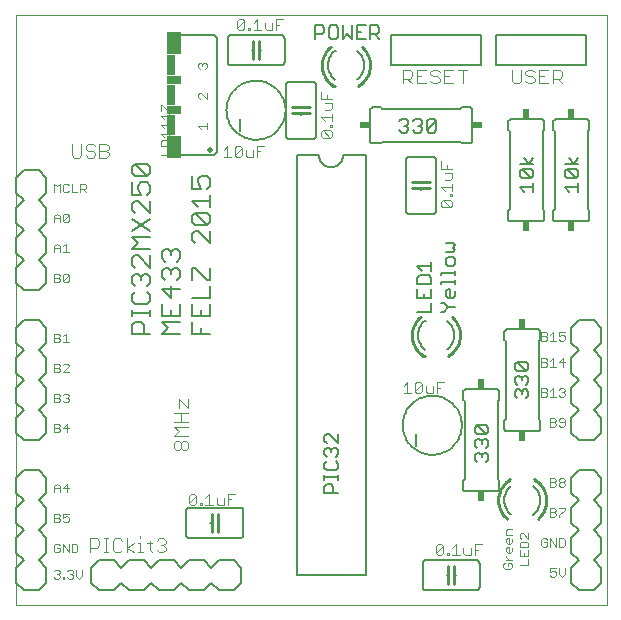
<source format=gto>
G75*
G70*
%OFA0B0*%
%FSLAX24Y24*%
%IPPOS*%
%LPD*%
%AMOC8*
5,1,8,0,0,1.08239X$1,22.5*
%
%ADD10C,0.0000*%
%ADD11C,0.0030*%
%ADD12C,0.0050*%
%ADD13C,0.0080*%
%ADD14C,0.0040*%
%ADD15C,0.0060*%
%ADD16R,0.0240X0.0340*%
%ADD17R,0.0340X0.0240*%
%ADD18C,0.0200*%
%ADD19R,0.0500X0.0750*%
%ADD20R,0.0300X0.0700*%
%ADD21R,0.0500X0.0300*%
%ADD22C,0.0100*%
D10*
X000181Y000181D02*
X000181Y019866D01*
X019866Y019866D01*
X019866Y000181D01*
X000181Y000181D01*
D11*
X001446Y001120D02*
X001495Y001071D01*
X001592Y001071D01*
X001640Y001120D01*
X001640Y001168D01*
X001592Y001217D01*
X001543Y001217D01*
X001592Y001217D02*
X001640Y001265D01*
X001640Y001313D01*
X001592Y001362D01*
X001495Y001362D01*
X001446Y001313D01*
X001741Y001120D02*
X001789Y001120D01*
X001789Y001071D01*
X001741Y001071D01*
X001741Y001120D01*
X001888Y001120D02*
X001937Y001071D01*
X002034Y001071D01*
X002082Y001120D01*
X002082Y001168D01*
X002034Y001217D01*
X001985Y001217D01*
X002034Y001217D02*
X002082Y001265D01*
X002082Y001313D01*
X002034Y001362D01*
X001937Y001362D01*
X001888Y001313D01*
X002183Y001362D02*
X002183Y001168D01*
X002280Y001071D01*
X002376Y001168D01*
X002376Y001362D01*
X002181Y001946D02*
X002229Y001995D01*
X002229Y002188D01*
X002181Y002237D01*
X002036Y002237D01*
X002036Y001946D01*
X002181Y001946D01*
X001935Y001946D02*
X001935Y002237D01*
X001741Y002237D02*
X001935Y001946D01*
X001741Y001946D02*
X001741Y002237D01*
X001640Y002188D02*
X001592Y002237D01*
X001495Y002237D01*
X001446Y002188D01*
X001446Y001995D01*
X001495Y001946D01*
X001592Y001946D01*
X001640Y001995D01*
X001640Y002092D01*
X001543Y002092D01*
X001592Y002946D02*
X001446Y002946D01*
X001446Y003237D01*
X001592Y003237D01*
X001640Y003188D01*
X001640Y003140D01*
X001592Y003092D01*
X001446Y003092D01*
X001592Y003092D02*
X001640Y003043D01*
X001640Y002995D01*
X001592Y002946D01*
X001741Y002995D02*
X001789Y002946D01*
X001886Y002946D01*
X001935Y002995D01*
X001935Y003092D01*
X001886Y003140D01*
X001838Y003140D01*
X001741Y003092D01*
X001741Y003237D01*
X001935Y003237D01*
X001886Y003946D02*
X001886Y004237D01*
X001741Y004092D01*
X001935Y004092D01*
X001640Y004092D02*
X001446Y004092D01*
X001446Y004140D02*
X001543Y004237D01*
X001640Y004140D01*
X001640Y003946D01*
X001446Y003946D02*
X001446Y004140D01*
X001446Y005946D02*
X001592Y005946D01*
X001640Y005995D01*
X001640Y006043D01*
X001592Y006092D01*
X001446Y006092D01*
X001446Y006237D02*
X001446Y005946D01*
X001592Y006092D02*
X001640Y006140D01*
X001640Y006188D01*
X001592Y006237D01*
X001446Y006237D01*
X001741Y006092D02*
X001935Y006092D01*
X001886Y006237D02*
X001886Y005946D01*
X001741Y006092D02*
X001886Y006237D01*
X001886Y006946D02*
X001789Y006946D01*
X001741Y006995D01*
X001640Y006995D02*
X001592Y006946D01*
X001446Y006946D01*
X001446Y007237D01*
X001592Y007237D01*
X001640Y007188D01*
X001640Y007140D01*
X001592Y007092D01*
X001446Y007092D01*
X001592Y007092D02*
X001640Y007043D01*
X001640Y006995D01*
X001741Y007188D02*
X001789Y007237D01*
X001886Y007237D01*
X001935Y007188D01*
X001935Y007140D01*
X001886Y007092D01*
X001935Y007043D01*
X001935Y006995D01*
X001886Y006946D01*
X001886Y007092D02*
X001838Y007092D01*
X001935Y007946D02*
X001741Y007946D01*
X001935Y008140D01*
X001935Y008188D01*
X001886Y008237D01*
X001789Y008237D01*
X001741Y008188D01*
X001640Y008188D02*
X001640Y008140D01*
X001592Y008092D01*
X001446Y008092D01*
X001446Y008237D02*
X001446Y007946D01*
X001592Y007946D01*
X001640Y007995D01*
X001640Y008043D01*
X001592Y008092D01*
X001640Y008188D02*
X001592Y008237D01*
X001446Y008237D01*
X001446Y008946D02*
X001592Y008946D01*
X001640Y008995D01*
X001640Y009043D01*
X001592Y009092D01*
X001446Y009092D01*
X001446Y009237D02*
X001446Y008946D01*
X001592Y009092D02*
X001640Y009140D01*
X001640Y009188D01*
X001592Y009237D01*
X001446Y009237D01*
X001741Y009140D02*
X001838Y009237D01*
X001838Y008946D01*
X001741Y008946D02*
X001935Y008946D01*
X001886Y010946D02*
X001789Y010946D01*
X001741Y010995D01*
X001935Y011188D01*
X001935Y010995D01*
X001886Y010946D01*
X001741Y010995D02*
X001741Y011188D01*
X001789Y011237D01*
X001886Y011237D01*
X001935Y011188D01*
X001640Y011188D02*
X001640Y011140D01*
X001592Y011092D01*
X001446Y011092D01*
X001446Y011237D02*
X001446Y010946D01*
X001592Y010946D01*
X001640Y010995D01*
X001640Y011043D01*
X001592Y011092D01*
X001640Y011188D02*
X001592Y011237D01*
X001446Y011237D01*
X001446Y011946D02*
X001446Y012140D01*
X001543Y012237D01*
X001640Y012140D01*
X001640Y011946D01*
X001741Y011946D02*
X001935Y011946D01*
X001838Y011946D02*
X001838Y012237D01*
X001741Y012140D01*
X001640Y012092D02*
X001446Y012092D01*
X001446Y012946D02*
X001446Y013140D01*
X001543Y013237D01*
X001640Y013140D01*
X001640Y012946D01*
X001741Y012995D02*
X001789Y012946D01*
X001886Y012946D01*
X001935Y012995D01*
X001935Y013188D01*
X001741Y012995D01*
X001741Y013188D01*
X001789Y013237D01*
X001886Y013237D01*
X001935Y013188D01*
X001640Y013092D02*
X001446Y013092D01*
X001446Y013946D02*
X001446Y014237D01*
X001543Y014140D01*
X001640Y014237D01*
X001640Y013946D01*
X001741Y013995D02*
X001789Y013946D01*
X001886Y013946D01*
X001935Y013995D01*
X002036Y013946D02*
X002229Y013946D01*
X002330Y013946D02*
X002330Y014237D01*
X002475Y014237D01*
X002524Y014188D01*
X002524Y014092D01*
X002475Y014043D01*
X002330Y014043D01*
X002427Y014043D02*
X002524Y013946D01*
X002036Y013946D02*
X002036Y014237D01*
X001935Y014188D02*
X001886Y014237D01*
X001789Y014237D01*
X001741Y014188D01*
X001741Y013995D01*
X005001Y015196D02*
X005291Y015196D01*
X005291Y015390D01*
X005291Y015491D02*
X005291Y015636D01*
X005243Y015685D01*
X005050Y015685D01*
X005001Y015636D01*
X005001Y015491D01*
X005291Y015491D01*
X005291Y015786D02*
X005291Y015979D01*
X005291Y015882D02*
X005001Y015882D01*
X005098Y015786D01*
X005098Y016080D02*
X005001Y016177D01*
X005291Y016177D01*
X005291Y016080D02*
X005291Y016274D01*
X005291Y016375D02*
X005291Y016568D01*
X005291Y016472D02*
X005001Y016472D01*
X005098Y016375D01*
X005001Y016670D02*
X005001Y016863D01*
X005050Y016863D01*
X005243Y016670D01*
X005291Y016670D01*
X006251Y017120D02*
X006300Y017071D01*
X006251Y017120D02*
X006251Y017217D01*
X006300Y017265D01*
X006348Y017265D01*
X006541Y017071D01*
X006541Y017265D01*
X006493Y018071D02*
X006541Y018120D01*
X006541Y018217D01*
X006493Y018265D01*
X006445Y018265D01*
X006396Y018217D01*
X006396Y018168D01*
X006396Y018217D02*
X006348Y018265D01*
X006300Y018265D01*
X006251Y018217D01*
X006251Y018120D01*
X006300Y018071D01*
X006541Y016265D02*
X006541Y016071D01*
X006541Y016168D02*
X006251Y016168D01*
X006348Y016071D01*
X007098Y015368D02*
X007222Y015492D01*
X007222Y015121D01*
X007345Y015121D02*
X007098Y015121D01*
X007466Y015183D02*
X007466Y015430D01*
X007528Y015492D01*
X007652Y015492D01*
X007713Y015430D01*
X007466Y015183D01*
X007528Y015121D01*
X007652Y015121D01*
X007713Y015183D01*
X007713Y015430D01*
X007835Y015368D02*
X007835Y015183D01*
X007896Y015121D01*
X008082Y015121D01*
X008082Y015368D01*
X008203Y015307D02*
X008327Y015307D01*
X008203Y015492D02*
X008450Y015492D01*
X008203Y015492D02*
X008203Y015121D01*
X013222Y007617D02*
X013222Y007246D01*
X013345Y007246D02*
X013098Y007246D01*
X013098Y007493D02*
X013222Y007617D01*
X013466Y007555D02*
X013528Y007617D01*
X013652Y007617D01*
X013713Y007555D01*
X013466Y007308D01*
X013528Y007246D01*
X013652Y007246D01*
X013713Y007308D01*
X013713Y007555D01*
X013835Y007493D02*
X013835Y007308D01*
X013896Y007246D01*
X014082Y007246D01*
X014082Y007493D01*
X014203Y007432D02*
X014327Y007432D01*
X014203Y007617D02*
X014450Y007617D01*
X014203Y007617D02*
X014203Y007246D01*
X013466Y007308D02*
X013466Y007555D01*
X017687Y007417D02*
X017687Y007126D01*
X017833Y007126D01*
X017881Y007175D01*
X017881Y007223D01*
X017833Y007272D01*
X017687Y007272D01*
X017687Y007417D02*
X017833Y007417D01*
X017881Y007368D01*
X017881Y007320D01*
X017833Y007272D01*
X017982Y007320D02*
X018079Y007417D01*
X018079Y007126D01*
X017982Y007126D02*
X018176Y007126D01*
X018277Y007175D02*
X018325Y007126D01*
X018422Y007126D01*
X018470Y007175D01*
X018470Y007223D01*
X018422Y007272D01*
X018374Y007272D01*
X018422Y007272D02*
X018470Y007320D01*
X018470Y007368D01*
X018422Y007417D01*
X018325Y007417D01*
X018277Y007368D01*
X018176Y008126D02*
X017982Y008126D01*
X018079Y008126D02*
X018079Y008417D01*
X017982Y008320D01*
X017881Y008320D02*
X017833Y008272D01*
X017687Y008272D01*
X017687Y008417D02*
X017687Y008126D01*
X017833Y008126D01*
X017881Y008175D01*
X017881Y008223D01*
X017833Y008272D01*
X017881Y008320D02*
X017881Y008368D01*
X017833Y008417D01*
X017687Y008417D01*
X017687Y009001D02*
X017833Y009001D01*
X017881Y009050D01*
X017881Y009098D01*
X017833Y009147D01*
X017687Y009147D01*
X017687Y009292D02*
X017687Y009001D01*
X017833Y009147D02*
X017881Y009195D01*
X017881Y009243D01*
X017833Y009292D01*
X017687Y009292D01*
X017982Y009195D02*
X018079Y009292D01*
X018079Y009001D01*
X017982Y009001D02*
X018176Y009001D01*
X018277Y009050D02*
X018325Y009001D01*
X018422Y009001D01*
X018470Y009050D01*
X018470Y009147D01*
X018422Y009195D01*
X018374Y009195D01*
X018277Y009147D01*
X018277Y009292D01*
X018470Y009292D01*
X018422Y008417D02*
X018277Y008272D01*
X018470Y008272D01*
X018422Y008417D02*
X018422Y008126D01*
X018422Y006417D02*
X018325Y006417D01*
X018277Y006368D01*
X018277Y006320D01*
X018325Y006272D01*
X018470Y006272D01*
X018470Y006368D02*
X018422Y006417D01*
X018470Y006368D02*
X018470Y006175D01*
X018422Y006126D01*
X018325Y006126D01*
X018277Y006175D01*
X018176Y006175D02*
X018127Y006126D01*
X017982Y006126D01*
X017982Y006417D01*
X018127Y006417D01*
X018176Y006368D01*
X018176Y006320D01*
X018127Y006272D01*
X017982Y006272D01*
X018127Y006272D02*
X018176Y006223D01*
X018176Y006175D01*
X018127Y004417D02*
X018176Y004368D01*
X018176Y004320D01*
X018127Y004272D01*
X017982Y004272D01*
X017982Y004417D02*
X017982Y004126D01*
X018127Y004126D01*
X018176Y004175D01*
X018176Y004223D01*
X018127Y004272D01*
X018127Y004417D02*
X017982Y004417D01*
X018277Y004368D02*
X018277Y004320D01*
X018325Y004272D01*
X018422Y004272D01*
X018470Y004223D01*
X018470Y004175D01*
X018422Y004126D01*
X018325Y004126D01*
X018277Y004175D01*
X018277Y004223D01*
X018325Y004272D01*
X018422Y004272D02*
X018470Y004320D01*
X018470Y004368D01*
X018422Y004417D01*
X018325Y004417D01*
X018277Y004368D01*
X018277Y003417D02*
X018470Y003417D01*
X018470Y003368D01*
X018277Y003175D01*
X018277Y003126D01*
X018176Y003175D02*
X018127Y003126D01*
X017982Y003126D01*
X017982Y003417D01*
X018127Y003417D01*
X018176Y003368D01*
X018176Y003320D01*
X018127Y003272D01*
X017982Y003272D01*
X018127Y003272D02*
X018176Y003223D01*
X018176Y003175D01*
X018176Y002417D02*
X018176Y002126D01*
X017982Y002417D01*
X017982Y002126D01*
X017881Y002175D02*
X017881Y002272D01*
X017784Y002272D01*
X017687Y002368D02*
X017687Y002175D01*
X017736Y002126D01*
X017833Y002126D01*
X017881Y002175D01*
X017881Y002368D02*
X017833Y002417D01*
X017736Y002417D01*
X017687Y002368D01*
X017261Y002402D02*
X017068Y002595D01*
X017020Y002595D01*
X016971Y002547D01*
X016971Y002450D01*
X017020Y002402D01*
X017020Y002301D02*
X016971Y002252D01*
X016971Y002107D01*
X017261Y002107D01*
X017261Y002252D01*
X017213Y002301D01*
X017020Y002301D01*
X017261Y002402D02*
X017261Y002595D01*
X017261Y002006D02*
X017261Y001812D01*
X016971Y001812D01*
X016971Y002006D01*
X017116Y001909D02*
X017116Y001812D01*
X017261Y001711D02*
X017261Y001518D01*
X016971Y001518D01*
X016711Y001542D02*
X016663Y001591D01*
X016566Y001591D01*
X016566Y001494D01*
X016470Y001397D02*
X016421Y001446D01*
X016421Y001542D01*
X016470Y001591D01*
X016518Y001692D02*
X016711Y001692D01*
X016615Y001692D02*
X016518Y001789D01*
X016518Y001837D01*
X016566Y001937D02*
X016518Y001986D01*
X016518Y002083D01*
X016566Y002131D01*
X016615Y002131D01*
X016615Y001937D01*
X016663Y001937D02*
X016566Y001937D01*
X016663Y001937D02*
X016711Y001986D01*
X016711Y002083D01*
X016663Y002232D02*
X016566Y002232D01*
X016518Y002280D01*
X016518Y002377D01*
X016566Y002426D01*
X016615Y002426D01*
X016615Y002232D01*
X016663Y002232D02*
X016711Y002280D01*
X016711Y002377D01*
X016711Y002527D02*
X016518Y002527D01*
X016518Y002672D01*
X016566Y002720D01*
X016711Y002720D01*
X016711Y001542D02*
X016711Y001446D01*
X016663Y001397D01*
X016470Y001397D01*
X017982Y001417D02*
X017982Y001272D01*
X018079Y001320D01*
X018127Y001320D01*
X018176Y001272D01*
X018176Y001175D01*
X018127Y001126D01*
X018030Y001126D01*
X017982Y001175D01*
X018277Y001223D02*
X018374Y001126D01*
X018470Y001223D01*
X018470Y001417D01*
X018277Y001417D02*
X018277Y001223D01*
X018176Y001417D02*
X017982Y001417D01*
X018277Y002126D02*
X018422Y002126D01*
X018470Y002175D01*
X018470Y002368D01*
X018422Y002417D01*
X018277Y002417D01*
X018277Y002126D01*
D12*
X015851Y004956D02*
X015926Y005031D01*
X015926Y005182D01*
X015851Y005257D01*
X015776Y005257D01*
X015701Y005182D01*
X015701Y005107D01*
X015701Y005182D02*
X015626Y005257D01*
X015551Y005257D01*
X015476Y005182D01*
X015476Y005031D01*
X015551Y004956D01*
X015551Y005417D02*
X015476Y005492D01*
X015476Y005642D01*
X015551Y005717D01*
X015626Y005717D01*
X015701Y005642D01*
X015776Y005717D01*
X015851Y005717D01*
X015926Y005642D01*
X015926Y005492D01*
X015851Y005417D01*
X015701Y005567D02*
X015701Y005642D01*
X015551Y005877D02*
X015476Y005952D01*
X015476Y006102D01*
X015551Y006177D01*
X015851Y005877D01*
X015926Y005952D01*
X015926Y006102D01*
X015851Y006177D01*
X015551Y006177D01*
X015551Y005877D02*
X015851Y005877D01*
X016886Y007075D02*
X016811Y007150D01*
X016811Y007300D01*
X016886Y007376D01*
X016961Y007376D01*
X017036Y007300D01*
X017111Y007376D01*
X017186Y007376D01*
X017261Y007300D01*
X017261Y007150D01*
X017186Y007075D01*
X017036Y007225D02*
X017036Y007300D01*
X016886Y007536D02*
X016811Y007611D01*
X016811Y007761D01*
X016886Y007836D01*
X016961Y007836D01*
X017036Y007761D01*
X017111Y007836D01*
X017186Y007836D01*
X017261Y007761D01*
X017261Y007611D01*
X017186Y007536D01*
X017036Y007686D02*
X017036Y007761D01*
X016886Y007996D02*
X016811Y008071D01*
X016811Y008221D01*
X016886Y008296D01*
X017186Y007996D01*
X017261Y008071D01*
X017261Y008221D01*
X017186Y008296D01*
X016886Y008296D01*
X016886Y007996D02*
X017186Y007996D01*
X014806Y010107D02*
X014581Y010107D01*
X014431Y010257D01*
X014356Y010257D01*
X014581Y010417D02*
X014506Y010492D01*
X014506Y010642D01*
X014581Y010717D01*
X014656Y010717D01*
X014656Y010417D01*
X014731Y010417D02*
X014581Y010417D01*
X014731Y010417D02*
X014806Y010492D01*
X014806Y010642D01*
X014806Y010877D02*
X014806Y011027D01*
X014806Y010952D02*
X014356Y010952D01*
X014356Y010877D01*
X014356Y011184D02*
X014356Y011259D01*
X014806Y011259D01*
X014806Y011184D02*
X014806Y011334D01*
X014731Y011491D02*
X014806Y011566D01*
X014806Y011716D01*
X014731Y011791D01*
X014581Y011791D01*
X014506Y011716D01*
X014506Y011566D01*
X014581Y011491D01*
X014731Y011491D01*
X014731Y011951D02*
X014506Y011951D01*
X014731Y011951D02*
X014806Y012026D01*
X014731Y012101D01*
X014806Y012176D01*
X014731Y012251D01*
X014506Y012251D01*
X014006Y011638D02*
X014006Y011337D01*
X014006Y011488D02*
X013556Y011488D01*
X013706Y011337D01*
X013631Y011177D02*
X013556Y011102D01*
X013556Y010877D01*
X014006Y010877D01*
X014006Y011102D01*
X013931Y011177D01*
X013631Y011177D01*
X013556Y010717D02*
X013556Y010417D01*
X014006Y010417D01*
X014006Y010717D01*
X013781Y010567D02*
X013781Y010417D01*
X014006Y010257D02*
X014006Y009956D01*
X013556Y009956D01*
X014356Y009956D02*
X014431Y009956D01*
X014581Y010107D01*
X017126Y013956D02*
X016976Y014107D01*
X017426Y014107D01*
X017426Y014257D02*
X017426Y013956D01*
X017351Y014417D02*
X017051Y014417D01*
X016976Y014492D01*
X016976Y014642D01*
X017051Y014717D01*
X017351Y014417D01*
X017426Y014492D01*
X017426Y014642D01*
X017351Y014717D01*
X017051Y014717D01*
X016976Y014877D02*
X017426Y014877D01*
X017276Y014877D02*
X017426Y015102D01*
X017276Y014877D02*
X017126Y015102D01*
X018476Y014877D02*
X018926Y014877D01*
X018776Y014877D02*
X018626Y015102D01*
X018776Y014877D02*
X018926Y015102D01*
X018851Y014717D02*
X018551Y014717D01*
X018851Y014417D01*
X018926Y014492D01*
X018926Y014642D01*
X018851Y014717D01*
X018851Y014417D02*
X018551Y014417D01*
X018476Y014492D01*
X018476Y014642D01*
X018551Y014717D01*
X018926Y014257D02*
X018926Y013956D01*
X018926Y014107D02*
X018476Y014107D01*
X018626Y013956D01*
X019181Y018181D02*
X016181Y018181D01*
X016181Y019181D01*
X019181Y019181D01*
X019181Y018181D01*
X015681Y018181D02*
X012681Y018181D01*
X012681Y019181D01*
X015681Y019181D01*
X015681Y018181D01*
X014102Y016387D02*
X013952Y016387D01*
X013877Y016312D01*
X013877Y016011D01*
X014177Y016312D01*
X014177Y016011D01*
X014102Y015936D01*
X013952Y015936D01*
X013877Y016011D01*
X013717Y016011D02*
X013642Y015936D01*
X013492Y015936D01*
X013417Y016011D01*
X013257Y016011D02*
X013182Y015936D01*
X013031Y015936D01*
X012956Y016011D01*
X013107Y016162D02*
X013182Y016162D01*
X013257Y016087D01*
X013257Y016011D01*
X013182Y016162D02*
X013257Y016237D01*
X013257Y016312D01*
X013182Y016387D01*
X013031Y016387D01*
X012956Y016312D01*
X013417Y016312D02*
X013492Y016387D01*
X013642Y016387D01*
X013717Y016312D01*
X013717Y016237D01*
X013642Y016162D01*
X013717Y016087D01*
X013717Y016011D01*
X013642Y016162D02*
X013567Y016162D01*
X014102Y016387D02*
X014177Y016312D01*
X012296Y019056D02*
X012146Y019207D01*
X012221Y019207D02*
X011996Y019207D01*
X011996Y019056D02*
X011996Y019507D01*
X012221Y019507D01*
X012296Y019432D01*
X012296Y019282D01*
X012221Y019207D01*
X011836Y019056D02*
X011536Y019056D01*
X011536Y019507D01*
X011836Y019507D01*
X011686Y019282D02*
X011536Y019282D01*
X011375Y019507D02*
X011375Y019056D01*
X011225Y019207D01*
X011075Y019056D01*
X011075Y019507D01*
X010915Y019432D02*
X010840Y019507D01*
X010690Y019507D01*
X010615Y019432D01*
X010615Y019131D01*
X010690Y019056D01*
X010840Y019056D01*
X010915Y019131D01*
X010915Y019432D01*
X010455Y019432D02*
X010455Y019282D01*
X010380Y019207D01*
X010154Y019207D01*
X010154Y019056D02*
X010154Y019507D01*
X010380Y019507D01*
X010455Y019432D01*
X006555Y014475D02*
X006351Y014475D01*
X006249Y014373D01*
X006249Y014272D01*
X006351Y014068D01*
X006046Y014068D01*
X006046Y014475D01*
X006555Y014475D02*
X006656Y014373D01*
X006656Y014170D01*
X006555Y014068D01*
X006656Y013867D02*
X006656Y013460D01*
X006656Y013664D02*
X006046Y013664D01*
X006249Y013460D01*
X006148Y013260D02*
X006555Y012853D01*
X006656Y012954D01*
X006656Y013158D01*
X006555Y013260D01*
X006148Y013260D01*
X006046Y013158D01*
X006046Y012954D01*
X006148Y012853D01*
X006555Y012853D01*
X006656Y012652D02*
X006656Y012245D01*
X006249Y012652D01*
X006148Y012652D01*
X006046Y012550D01*
X006046Y012347D01*
X006148Y012245D01*
X005656Y011943D02*
X005656Y011739D01*
X005555Y011637D01*
X005555Y011437D02*
X005656Y011335D01*
X005656Y011131D01*
X005555Y011030D01*
X005351Y010829D02*
X005351Y010422D01*
X005046Y010727D01*
X005656Y010727D01*
X006046Y011030D02*
X006046Y011437D01*
X006148Y011437D01*
X006555Y011030D01*
X006656Y011030D01*
X006656Y011437D01*
X006656Y010829D02*
X006656Y010422D01*
X006046Y010422D01*
X006046Y010221D02*
X006046Y009814D01*
X006656Y009814D01*
X006656Y010221D01*
X006351Y010018D02*
X006351Y009814D01*
X006046Y009613D02*
X006046Y009206D01*
X006656Y009206D01*
X006351Y009206D02*
X006351Y009410D01*
X005656Y009613D02*
X005046Y009613D01*
X005249Y009410D01*
X005046Y009206D01*
X005656Y009206D01*
X005656Y009814D02*
X005046Y009814D01*
X005046Y010221D01*
X005351Y010018D02*
X005351Y009814D01*
X005656Y009814D02*
X005656Y010221D01*
X005148Y011030D02*
X005046Y011131D01*
X005046Y011335D01*
X005148Y011437D01*
X005249Y011437D01*
X005351Y011335D01*
X005453Y011437D01*
X005555Y011437D01*
X005351Y011335D02*
X005351Y011233D01*
X005148Y011637D02*
X005046Y011739D01*
X005046Y011943D01*
X005148Y012044D01*
X005249Y012044D01*
X005351Y011943D01*
X005453Y012044D01*
X005555Y012044D01*
X005656Y011943D01*
X005351Y011943D02*
X005351Y011841D01*
X004656Y011842D02*
X004656Y011435D01*
X004249Y011842D01*
X004148Y011842D01*
X004046Y011740D01*
X004046Y011536D01*
X004148Y011435D01*
X004148Y011234D02*
X004249Y011234D01*
X004351Y011132D01*
X004453Y011234D01*
X004555Y011234D01*
X004656Y011132D01*
X004656Y010929D01*
X004555Y010827D01*
X004555Y010626D02*
X004656Y010524D01*
X004656Y010321D01*
X004555Y010219D01*
X004148Y010219D01*
X004046Y010321D01*
X004046Y010524D01*
X004148Y010626D01*
X004148Y010827D02*
X004046Y010929D01*
X004046Y011132D01*
X004148Y011234D01*
X004351Y011132D02*
X004351Y011030D01*
X004046Y010018D02*
X004046Y009814D01*
X004046Y009916D02*
X004656Y009916D01*
X004656Y009814D02*
X004656Y010018D01*
X004351Y009613D02*
X004453Y009512D01*
X004453Y009206D01*
X004656Y009206D02*
X004046Y009206D01*
X004046Y009512D01*
X004148Y009613D01*
X004351Y009613D01*
X004046Y012042D02*
X004249Y012246D01*
X004046Y012449D01*
X004656Y012449D01*
X004656Y012650D02*
X004046Y013057D01*
X004148Y013258D02*
X004046Y013360D01*
X004046Y013563D01*
X004148Y013665D01*
X004249Y013665D01*
X004656Y013258D01*
X004656Y013665D01*
X004555Y013866D02*
X004656Y013967D01*
X004656Y014171D01*
X004555Y014273D01*
X004351Y014273D01*
X004249Y014171D01*
X004249Y014069D01*
X004351Y013866D01*
X004046Y013866D01*
X004046Y014273D01*
X004148Y014473D02*
X004046Y014575D01*
X004046Y014779D01*
X004148Y014880D01*
X004555Y014473D01*
X004656Y014575D01*
X004656Y014779D01*
X004555Y014880D01*
X004148Y014880D01*
X004148Y014473D02*
X004555Y014473D01*
X004656Y013057D02*
X004046Y012650D01*
X004046Y012042D02*
X004656Y012042D01*
X010531Y005896D02*
X010456Y005821D01*
X010456Y005671D01*
X010531Y005596D01*
X010531Y005436D02*
X010606Y005436D01*
X010681Y005361D01*
X010756Y005436D01*
X010831Y005436D01*
X010906Y005361D01*
X010906Y005211D01*
X010831Y005136D01*
X010831Y004975D02*
X010906Y004900D01*
X010906Y004750D01*
X010831Y004675D01*
X010531Y004675D01*
X010456Y004750D01*
X010456Y004900D01*
X010531Y004975D01*
X010531Y005136D02*
X010456Y005211D01*
X010456Y005361D01*
X010531Y005436D01*
X010681Y005361D02*
X010681Y005286D01*
X010906Y005596D02*
X010606Y005896D01*
X010531Y005896D01*
X010906Y005896D02*
X010906Y005596D01*
X010906Y004518D02*
X010906Y004368D01*
X010906Y004443D02*
X010456Y004443D01*
X010456Y004368D02*
X010456Y004518D01*
X010531Y004208D02*
X010681Y004208D01*
X010756Y004133D01*
X010756Y003908D01*
X010906Y003908D02*
X010456Y003908D01*
X010456Y004133D01*
X010531Y004208D01*
D13*
X007681Y001431D02*
X007431Y001681D01*
X006931Y001681D01*
X006681Y001431D01*
X006431Y001681D01*
X005931Y001681D01*
X005681Y001431D01*
X005431Y001681D01*
X004931Y001681D01*
X004681Y001431D01*
X004431Y001681D01*
X003931Y001681D01*
X003681Y001431D01*
X003431Y001681D01*
X002931Y001681D01*
X002681Y001431D01*
X002681Y000931D01*
X002931Y000681D01*
X003431Y000681D01*
X003681Y000931D01*
X003931Y000681D01*
X004431Y000681D01*
X004681Y000931D01*
X004931Y000681D01*
X005431Y000681D01*
X005681Y000931D01*
X005931Y000681D01*
X006431Y000681D01*
X006681Y000931D01*
X006931Y000681D01*
X007431Y000681D01*
X007681Y000931D01*
X007681Y001431D01*
X013506Y005481D02*
X013506Y005881D01*
X013072Y006181D02*
X013074Y006243D01*
X013080Y006306D01*
X013090Y006367D01*
X013104Y006428D01*
X013121Y006488D01*
X013142Y006547D01*
X013168Y006604D01*
X013196Y006659D01*
X013228Y006713D01*
X013264Y006764D01*
X013302Y006814D01*
X013344Y006860D01*
X013388Y006904D01*
X013436Y006945D01*
X013485Y006983D01*
X013537Y007017D01*
X013591Y007048D01*
X013647Y007076D01*
X013705Y007100D01*
X013764Y007121D01*
X013824Y007137D01*
X013885Y007150D01*
X013947Y007159D01*
X014009Y007164D01*
X014072Y007165D01*
X014134Y007162D01*
X014196Y007155D01*
X014258Y007144D01*
X014318Y007129D01*
X014378Y007111D01*
X014436Y007089D01*
X014493Y007063D01*
X014548Y007033D01*
X014601Y007000D01*
X014652Y006964D01*
X014700Y006925D01*
X014746Y006882D01*
X014789Y006837D01*
X014829Y006789D01*
X014866Y006739D01*
X014900Y006686D01*
X014931Y006632D01*
X014957Y006576D01*
X014981Y006518D01*
X015000Y006458D01*
X015016Y006398D01*
X015028Y006336D01*
X015036Y006275D01*
X015040Y006212D01*
X015040Y006150D01*
X015036Y006087D01*
X015028Y006026D01*
X015016Y005964D01*
X015000Y005904D01*
X014981Y005844D01*
X014957Y005786D01*
X014931Y005730D01*
X014900Y005676D01*
X014866Y005623D01*
X014829Y005573D01*
X014789Y005525D01*
X014746Y005480D01*
X014700Y005437D01*
X014652Y005398D01*
X014601Y005362D01*
X014548Y005329D01*
X014493Y005299D01*
X014436Y005273D01*
X014378Y005251D01*
X014318Y005233D01*
X014258Y005218D01*
X014196Y005207D01*
X014134Y005200D01*
X014072Y005197D01*
X014009Y005198D01*
X013947Y005203D01*
X013885Y005212D01*
X013824Y005225D01*
X013764Y005241D01*
X013705Y005262D01*
X013647Y005286D01*
X013591Y005314D01*
X013537Y005345D01*
X013485Y005379D01*
X013436Y005417D01*
X013388Y005458D01*
X013344Y005502D01*
X013302Y005548D01*
X013264Y005598D01*
X013228Y005649D01*
X013196Y005703D01*
X013168Y005758D01*
X013142Y005815D01*
X013121Y005874D01*
X013104Y005934D01*
X013090Y005995D01*
X013080Y006056D01*
X013074Y006119D01*
X013072Y006181D01*
X018681Y005931D02*
X018681Y006431D01*
X018931Y006681D01*
X018681Y006931D01*
X018681Y007431D01*
X018931Y007681D01*
X018681Y007931D01*
X018681Y008431D01*
X018931Y008681D01*
X018681Y008931D01*
X018681Y009431D01*
X018931Y009681D01*
X019431Y009681D01*
X019681Y009431D01*
X019681Y008931D01*
X019431Y008681D01*
X019681Y008431D01*
X019681Y007931D01*
X019431Y007681D01*
X019681Y007431D01*
X019681Y006931D01*
X019431Y006681D01*
X019681Y006431D01*
X019681Y005931D01*
X019431Y005681D01*
X018931Y005681D01*
X018681Y005931D01*
X018931Y004681D02*
X018681Y004431D01*
X018681Y003931D01*
X018931Y003681D01*
X018681Y003431D01*
X018681Y002931D01*
X018931Y002681D01*
X018681Y002431D01*
X018681Y001931D01*
X018931Y001681D01*
X018681Y001431D01*
X018681Y000931D01*
X018931Y000681D01*
X019431Y000681D01*
X019681Y000931D01*
X019681Y001431D01*
X019431Y001681D01*
X019681Y001931D01*
X019681Y002431D01*
X019431Y002681D01*
X019681Y002931D01*
X019681Y003431D01*
X019431Y003681D01*
X019681Y003931D01*
X019681Y004431D01*
X019431Y004681D01*
X018931Y004681D01*
X007631Y015981D02*
X007631Y016381D01*
X007197Y016681D02*
X007199Y016743D01*
X007205Y016806D01*
X007215Y016867D01*
X007229Y016928D01*
X007246Y016988D01*
X007267Y017047D01*
X007293Y017104D01*
X007321Y017159D01*
X007353Y017213D01*
X007389Y017264D01*
X007427Y017314D01*
X007469Y017360D01*
X007513Y017404D01*
X007561Y017445D01*
X007610Y017483D01*
X007662Y017517D01*
X007716Y017548D01*
X007772Y017576D01*
X007830Y017600D01*
X007889Y017621D01*
X007949Y017637D01*
X008010Y017650D01*
X008072Y017659D01*
X008134Y017664D01*
X008197Y017665D01*
X008259Y017662D01*
X008321Y017655D01*
X008383Y017644D01*
X008443Y017629D01*
X008503Y017611D01*
X008561Y017589D01*
X008618Y017563D01*
X008673Y017533D01*
X008726Y017500D01*
X008777Y017464D01*
X008825Y017425D01*
X008871Y017382D01*
X008914Y017337D01*
X008954Y017289D01*
X008991Y017239D01*
X009025Y017186D01*
X009056Y017132D01*
X009082Y017076D01*
X009106Y017018D01*
X009125Y016958D01*
X009141Y016898D01*
X009153Y016836D01*
X009161Y016775D01*
X009165Y016712D01*
X009165Y016650D01*
X009161Y016587D01*
X009153Y016526D01*
X009141Y016464D01*
X009125Y016404D01*
X009106Y016344D01*
X009082Y016286D01*
X009056Y016230D01*
X009025Y016176D01*
X008991Y016123D01*
X008954Y016073D01*
X008914Y016025D01*
X008871Y015980D01*
X008825Y015937D01*
X008777Y015898D01*
X008726Y015862D01*
X008673Y015829D01*
X008618Y015799D01*
X008561Y015773D01*
X008503Y015751D01*
X008443Y015733D01*
X008383Y015718D01*
X008321Y015707D01*
X008259Y015700D01*
X008197Y015697D01*
X008134Y015698D01*
X008072Y015703D01*
X008010Y015712D01*
X007949Y015725D01*
X007889Y015741D01*
X007830Y015762D01*
X007772Y015786D01*
X007716Y015814D01*
X007662Y015845D01*
X007610Y015879D01*
X007561Y015917D01*
X007513Y015958D01*
X007469Y016002D01*
X007427Y016048D01*
X007389Y016098D01*
X007353Y016149D01*
X007321Y016203D01*
X007293Y016258D01*
X007267Y016315D01*
X007246Y016374D01*
X007229Y016434D01*
X007215Y016495D01*
X007205Y016556D01*
X007199Y016619D01*
X007197Y016681D01*
X001181Y014431D02*
X001181Y013931D01*
X000931Y013681D01*
X001181Y013431D01*
X001181Y012931D01*
X000931Y012681D01*
X001181Y012431D01*
X001181Y011931D01*
X000931Y011681D01*
X001181Y011431D01*
X001181Y010931D01*
X000931Y010681D01*
X000431Y010681D01*
X000181Y010931D01*
X000181Y011431D01*
X000431Y011681D01*
X000181Y011931D01*
X000181Y012431D01*
X000431Y012681D01*
X000181Y012931D01*
X000181Y013431D01*
X000431Y013681D01*
X000181Y013931D01*
X000181Y014431D01*
X000431Y014681D01*
X000931Y014681D01*
X001181Y014431D01*
X000931Y009681D02*
X000431Y009681D01*
X000181Y009431D01*
X000181Y008931D01*
X000431Y008681D01*
X000181Y008431D01*
X000181Y007931D01*
X000431Y007681D01*
X000181Y007431D01*
X000181Y006931D01*
X000431Y006681D01*
X000181Y006431D01*
X000181Y005931D01*
X000431Y005681D01*
X000931Y005681D01*
X001181Y005931D01*
X001181Y006431D01*
X000931Y006681D01*
X001181Y006931D01*
X001181Y007431D01*
X000931Y007681D01*
X001181Y007931D01*
X001181Y008431D01*
X000931Y008681D01*
X001181Y008931D01*
X001181Y009431D01*
X000931Y009681D01*
X000931Y004681D02*
X000431Y004681D01*
X000181Y004431D01*
X000181Y003931D01*
X000431Y003681D01*
X000181Y003431D01*
X000181Y002931D01*
X000431Y002681D01*
X000181Y002431D01*
X000181Y001931D01*
X000431Y001681D01*
X000181Y001431D01*
X000181Y000931D01*
X000431Y000681D01*
X000931Y000681D01*
X001181Y000931D01*
X001181Y001431D01*
X000931Y001681D01*
X001181Y001931D01*
X001181Y002431D01*
X000931Y002681D01*
X001181Y002931D01*
X001181Y003431D01*
X000931Y003681D01*
X001181Y003931D01*
X001181Y004431D01*
X000931Y004681D01*
D14*
X002641Y002412D02*
X002871Y002412D01*
X002948Y002335D01*
X002948Y002182D01*
X002871Y002105D01*
X002641Y002105D01*
X002641Y001951D02*
X002641Y002412D01*
X003101Y002412D02*
X003255Y002412D01*
X003178Y002412D02*
X003178Y001951D01*
X003101Y001951D02*
X003255Y001951D01*
X003408Y002028D02*
X003485Y001951D01*
X003638Y001951D01*
X003715Y002028D01*
X003868Y001951D02*
X003868Y002412D01*
X003715Y002335D02*
X003638Y002412D01*
X003485Y002412D01*
X003408Y002335D01*
X003408Y002028D01*
X003868Y002105D02*
X004099Y002258D01*
X004252Y002258D02*
X004329Y002258D01*
X004329Y001951D01*
X004405Y001951D02*
X004252Y001951D01*
X004099Y001951D02*
X003868Y002105D01*
X004329Y002412D02*
X004329Y002489D01*
X004559Y002258D02*
X004712Y002258D01*
X004636Y002335D02*
X004636Y002028D01*
X004712Y001951D01*
X004866Y002028D02*
X004943Y001951D01*
X005096Y001951D01*
X005173Y002028D01*
X005173Y002105D01*
X005096Y002182D01*
X005019Y002182D01*
X005096Y002182D02*
X005173Y002258D01*
X005173Y002335D01*
X005096Y002412D01*
X004943Y002412D01*
X004866Y002335D01*
X006004Y003526D02*
X005944Y003586D01*
X006184Y003827D01*
X006184Y003586D01*
X006124Y003526D01*
X006004Y003526D01*
X005944Y003586D02*
X005944Y003827D01*
X006004Y003887D01*
X006124Y003887D01*
X006184Y003827D01*
X006312Y003586D02*
X006372Y003586D01*
X006372Y003526D01*
X006312Y003526D01*
X006312Y003586D01*
X006496Y003526D02*
X006737Y003526D01*
X006617Y003526D02*
X006617Y003887D01*
X006496Y003767D01*
X006865Y003767D02*
X006865Y003586D01*
X006925Y003526D01*
X007105Y003526D01*
X007105Y003767D01*
X007233Y003707D02*
X007353Y003707D01*
X007233Y003887D02*
X007233Y003526D01*
X007233Y003887D02*
X007473Y003887D01*
X005911Y005437D02*
X005835Y005360D01*
X005758Y005360D01*
X005681Y005437D01*
X005681Y005590D01*
X005758Y005667D01*
X005835Y005667D01*
X005911Y005590D01*
X005911Y005437D01*
X005681Y005437D02*
X005605Y005360D01*
X005528Y005360D01*
X005451Y005437D01*
X005451Y005590D01*
X005528Y005667D01*
X005605Y005667D01*
X005681Y005590D01*
X005451Y005820D02*
X005605Y005974D01*
X005451Y006127D01*
X005911Y006127D01*
X005911Y006281D02*
X005451Y006281D01*
X005681Y006281D02*
X005681Y006587D01*
X005605Y006741D02*
X005605Y007048D01*
X005911Y006741D01*
X005911Y007048D01*
X005911Y006587D02*
X005451Y006587D01*
X005451Y005820D02*
X005911Y005820D01*
X014176Y002152D02*
X014176Y001911D01*
X014417Y002152D01*
X014417Y001911D01*
X014357Y001851D01*
X014236Y001851D01*
X014176Y001911D01*
X014176Y002152D02*
X014236Y002212D01*
X014357Y002212D01*
X014417Y002152D01*
X014545Y001911D02*
X014605Y001911D01*
X014605Y001851D01*
X014545Y001851D01*
X014545Y001911D01*
X014729Y001851D02*
X014969Y001851D01*
X014849Y001851D02*
X014849Y002212D01*
X014729Y002092D01*
X015097Y002092D02*
X015097Y001911D01*
X015157Y001851D01*
X015337Y001851D01*
X015337Y002092D01*
X015465Y002032D02*
X015586Y002032D01*
X015465Y002212D02*
X015706Y002212D01*
X015465Y002212D02*
X015465Y001851D01*
X014651Y013444D02*
X014411Y013444D01*
X014351Y013504D01*
X014351Y013624D01*
X014411Y013684D01*
X014651Y013444D01*
X014711Y013504D01*
X014711Y013624D01*
X014651Y013684D01*
X014411Y013684D01*
X014651Y013812D02*
X014651Y013872D01*
X014711Y013872D01*
X014711Y013812D01*
X014651Y013812D01*
X014711Y013996D02*
X014711Y014237D01*
X014711Y014117D02*
X014351Y014117D01*
X014471Y013996D01*
X014471Y014365D02*
X014651Y014365D01*
X014711Y014425D01*
X014711Y014605D01*
X014471Y014605D01*
X014531Y014733D02*
X014531Y014853D01*
X014351Y014733D02*
X014351Y014973D01*
X014351Y014733D02*
X014711Y014733D01*
X014764Y017576D02*
X014457Y017576D01*
X014457Y018037D01*
X014764Y018037D01*
X014918Y018037D02*
X015225Y018037D01*
X015071Y018037D02*
X015071Y017576D01*
X014611Y017807D02*
X014457Y017807D01*
X014304Y017730D02*
X014304Y017653D01*
X014227Y017576D01*
X014074Y017576D01*
X013997Y017653D01*
X013844Y017576D02*
X013537Y017576D01*
X013537Y018037D01*
X013844Y018037D01*
X013997Y017960D02*
X013997Y017883D01*
X014074Y017807D01*
X014227Y017807D01*
X014304Y017730D01*
X014304Y017960D02*
X014227Y018037D01*
X014074Y018037D01*
X013997Y017960D01*
X013690Y017807D02*
X013537Y017807D01*
X013383Y017807D02*
X013307Y017730D01*
X013076Y017730D01*
X013076Y017576D02*
X013076Y018037D01*
X013307Y018037D01*
X013383Y017960D01*
X013383Y017807D01*
X013230Y017730D02*
X013383Y017576D01*
X010711Y017058D02*
X010351Y017058D01*
X010351Y017298D01*
X010531Y017178D02*
X010531Y017058D01*
X010471Y016930D02*
X010711Y016930D01*
X010711Y016750D01*
X010651Y016690D01*
X010471Y016690D01*
X010711Y016562D02*
X010711Y016321D01*
X010711Y016442D02*
X010351Y016442D01*
X010471Y016321D01*
X010651Y016197D02*
X010651Y016137D01*
X010711Y016137D01*
X010711Y016197D01*
X010651Y016197D01*
X010651Y016009D02*
X010411Y016009D01*
X010651Y015769D01*
X010711Y015829D01*
X010711Y015949D01*
X010651Y016009D01*
X010411Y016009D02*
X010351Y015949D01*
X010351Y015829D01*
X010411Y015769D01*
X010651Y015769D01*
X008840Y019351D02*
X008840Y019712D01*
X009081Y019712D01*
X008961Y019532D02*
X008840Y019532D01*
X008712Y019592D02*
X008712Y019351D01*
X008532Y019351D01*
X008472Y019411D01*
X008472Y019592D01*
X008224Y019712D02*
X008224Y019351D01*
X008104Y019351D02*
X008344Y019351D01*
X008104Y019592D02*
X008224Y019712D01*
X007980Y019411D02*
X007980Y019351D01*
X007920Y019351D01*
X007920Y019411D01*
X007980Y019411D01*
X007792Y019411D02*
X007732Y019351D01*
X007611Y019351D01*
X007551Y019411D01*
X007792Y019652D01*
X007792Y019411D01*
X007792Y019652D02*
X007732Y019712D01*
X007611Y019712D01*
X007551Y019652D01*
X007551Y019411D01*
X003270Y015481D02*
X003270Y015404D01*
X003193Y015327D01*
X002963Y015327D01*
X002809Y015251D02*
X002809Y015174D01*
X002732Y015097D01*
X002579Y015097D01*
X002502Y015174D01*
X002349Y015174D02*
X002349Y015557D01*
X002502Y015481D02*
X002502Y015404D01*
X002579Y015327D01*
X002732Y015327D01*
X002809Y015251D01*
X002963Y015097D02*
X003193Y015097D01*
X003270Y015174D01*
X003270Y015251D01*
X003193Y015327D01*
X003270Y015481D02*
X003193Y015557D01*
X002963Y015557D01*
X002963Y015097D01*
X002809Y015481D02*
X002732Y015557D01*
X002579Y015557D01*
X002502Y015481D01*
X002349Y015174D02*
X002272Y015097D01*
X002119Y015097D01*
X002042Y015174D01*
X002042Y015557D01*
X016701Y017653D02*
X016778Y017576D01*
X016932Y017576D01*
X017008Y017653D01*
X017008Y018037D01*
X017162Y017960D02*
X017162Y017883D01*
X017238Y017807D01*
X017392Y017807D01*
X017469Y017730D01*
X017469Y017653D01*
X017392Y017576D01*
X017238Y017576D01*
X017162Y017653D01*
X017162Y017960D02*
X017238Y018037D01*
X017392Y018037D01*
X017469Y017960D01*
X017622Y018037D02*
X017622Y017576D01*
X017929Y017576D01*
X018082Y017576D02*
X018082Y018037D01*
X018313Y018037D01*
X018389Y017960D01*
X018389Y017807D01*
X018313Y017730D01*
X018082Y017730D01*
X018236Y017730D02*
X018389Y017576D01*
X017929Y018037D02*
X017622Y018037D01*
X017622Y017807D02*
X017776Y017807D01*
X016701Y017653D02*
X016701Y018037D01*
D15*
X015381Y016681D02*
X015381Y015681D01*
X015379Y015664D01*
X015375Y015647D01*
X015368Y015631D01*
X015358Y015617D01*
X015345Y015604D01*
X015331Y015594D01*
X015315Y015587D01*
X015298Y015583D01*
X015281Y015581D01*
X015031Y015581D01*
X014981Y015631D01*
X012381Y015631D01*
X012331Y015581D01*
X012081Y015581D01*
X012064Y015583D01*
X012047Y015587D01*
X012031Y015594D01*
X012017Y015604D01*
X012004Y015617D01*
X011994Y015631D01*
X011987Y015647D01*
X011983Y015664D01*
X011981Y015681D01*
X011981Y016681D01*
X011983Y016698D01*
X011987Y016715D01*
X011994Y016731D01*
X012004Y016745D01*
X012017Y016758D01*
X012031Y016768D01*
X012047Y016775D01*
X012064Y016779D01*
X012081Y016781D01*
X012331Y016781D01*
X012381Y016731D01*
X014981Y016731D01*
X015031Y016781D01*
X015281Y016781D01*
X015298Y016779D01*
X015315Y016775D01*
X015331Y016768D01*
X015345Y016758D01*
X015358Y016745D01*
X015368Y016731D01*
X015375Y016715D01*
X015379Y016698D01*
X015381Y016681D01*
X016581Y016281D02*
X016581Y016031D01*
X016631Y015981D01*
X016631Y013381D01*
X016581Y013331D01*
X016581Y013081D01*
X016583Y013064D01*
X016587Y013047D01*
X016594Y013031D01*
X016604Y013017D01*
X016617Y013004D01*
X016631Y012994D01*
X016647Y012987D01*
X016664Y012983D01*
X016681Y012981D01*
X017681Y012981D01*
X017698Y012983D01*
X017715Y012987D01*
X017731Y012994D01*
X017745Y013004D01*
X017758Y013017D01*
X017768Y013031D01*
X017775Y013047D01*
X017779Y013064D01*
X017781Y013081D01*
X017781Y013331D01*
X017731Y013381D01*
X017731Y015981D01*
X017781Y016031D01*
X017781Y016281D01*
X017779Y016298D01*
X017775Y016315D01*
X017768Y016331D01*
X017758Y016345D01*
X017745Y016358D01*
X017731Y016368D01*
X017715Y016375D01*
X017698Y016379D01*
X017681Y016381D01*
X016681Y016381D01*
X016664Y016379D01*
X016647Y016375D01*
X016631Y016368D01*
X016617Y016358D01*
X016604Y016345D01*
X016594Y016331D01*
X016587Y016315D01*
X016583Y016298D01*
X016581Y016281D01*
X018081Y016281D02*
X018081Y016031D01*
X018131Y015981D01*
X018131Y013381D01*
X018081Y013331D01*
X018081Y013081D01*
X018083Y013064D01*
X018087Y013047D01*
X018094Y013031D01*
X018104Y013017D01*
X018117Y013004D01*
X018131Y012994D01*
X018147Y012987D01*
X018164Y012983D01*
X018181Y012981D01*
X019181Y012981D01*
X019198Y012983D01*
X019215Y012987D01*
X019231Y012994D01*
X019245Y013004D01*
X019258Y013017D01*
X019268Y013031D01*
X019275Y013047D01*
X019279Y013064D01*
X019281Y013081D01*
X019281Y013331D01*
X019231Y013381D01*
X019231Y015981D01*
X019281Y016031D01*
X019281Y016281D01*
X019279Y016298D01*
X019275Y016315D01*
X019268Y016331D01*
X019258Y016345D01*
X019245Y016358D01*
X019231Y016368D01*
X019215Y016375D01*
X019198Y016379D01*
X019181Y016381D01*
X018181Y016381D01*
X018164Y016379D01*
X018147Y016375D01*
X018131Y016368D01*
X018117Y016358D01*
X018104Y016345D01*
X018094Y016331D01*
X018087Y016315D01*
X018083Y016298D01*
X018081Y016281D01*
X014181Y015031D02*
X014181Y013331D01*
X014179Y013314D01*
X014175Y013297D01*
X014168Y013281D01*
X014158Y013267D01*
X014145Y013254D01*
X014131Y013244D01*
X014115Y013237D01*
X014098Y013233D01*
X014081Y013231D01*
X013281Y013231D01*
X013264Y013233D01*
X013247Y013237D01*
X013231Y013244D01*
X013217Y013254D01*
X013204Y013267D01*
X013194Y013281D01*
X013187Y013297D01*
X013183Y013314D01*
X013181Y013331D01*
X013181Y015031D01*
X013183Y015048D01*
X013187Y015065D01*
X013194Y015081D01*
X013204Y015095D01*
X013217Y015108D01*
X013231Y015118D01*
X013247Y015125D01*
X013264Y015129D01*
X013281Y015131D01*
X014081Y015131D01*
X014098Y015129D01*
X014115Y015125D01*
X014131Y015118D01*
X014145Y015108D01*
X014158Y015095D01*
X014168Y015081D01*
X014175Y015065D01*
X014179Y015048D01*
X014181Y015031D01*
X013681Y014331D02*
X013681Y014281D01*
X013681Y014081D02*
X013681Y014031D01*
X011831Y015181D02*
X011081Y015181D01*
X011079Y015142D01*
X011073Y015103D01*
X011064Y015065D01*
X011051Y015028D01*
X011034Y014992D01*
X011014Y014959D01*
X010990Y014927D01*
X010964Y014898D01*
X010935Y014872D01*
X010903Y014848D01*
X010870Y014828D01*
X010834Y014811D01*
X010797Y014798D01*
X010759Y014789D01*
X010720Y014783D01*
X010681Y014781D01*
X010642Y014783D01*
X010603Y014789D01*
X010565Y014798D01*
X010528Y014811D01*
X010492Y014828D01*
X010459Y014848D01*
X010427Y014872D01*
X010398Y014898D01*
X010372Y014927D01*
X010348Y014959D01*
X010328Y014992D01*
X010311Y015028D01*
X010298Y015065D01*
X010289Y015103D01*
X010283Y015142D01*
X010281Y015181D01*
X009531Y015181D01*
X009531Y001181D01*
X011831Y001181D01*
X011831Y015181D01*
X010181Y015831D02*
X010181Y017531D01*
X010179Y017548D01*
X010175Y017565D01*
X010168Y017581D01*
X010158Y017595D01*
X010145Y017608D01*
X010131Y017618D01*
X010115Y017625D01*
X010098Y017629D01*
X010081Y017631D01*
X009281Y017631D01*
X009264Y017629D01*
X009247Y017625D01*
X009231Y017618D01*
X009217Y017608D01*
X009204Y017595D01*
X009194Y017581D01*
X009187Y017565D01*
X009183Y017548D01*
X009181Y017531D01*
X009181Y015831D01*
X009183Y015814D01*
X009187Y015797D01*
X009194Y015781D01*
X009204Y015767D01*
X009217Y015754D01*
X009231Y015744D01*
X009247Y015737D01*
X009264Y015733D01*
X009281Y015731D01*
X010081Y015731D01*
X010098Y015733D01*
X010115Y015737D01*
X010131Y015744D01*
X010145Y015754D01*
X010158Y015767D01*
X010168Y015781D01*
X010175Y015797D01*
X010179Y015814D01*
X010181Y015831D01*
X009681Y016531D02*
X009681Y016581D01*
X009681Y016781D02*
X009681Y016831D01*
X009031Y018181D02*
X007331Y018181D01*
X007314Y018183D01*
X007297Y018187D01*
X007281Y018194D01*
X007267Y018204D01*
X007254Y018217D01*
X007244Y018231D01*
X007237Y018247D01*
X007233Y018264D01*
X007231Y018281D01*
X007231Y019081D01*
X007233Y019098D01*
X007237Y019115D01*
X007244Y019131D01*
X007254Y019145D01*
X007267Y019158D01*
X007281Y019168D01*
X007297Y019175D01*
X007314Y019179D01*
X007331Y019181D01*
X009031Y019181D01*
X009048Y019179D01*
X009065Y019175D01*
X009081Y019168D01*
X009095Y019158D01*
X009108Y019145D01*
X009118Y019131D01*
X009125Y019115D01*
X009129Y019098D01*
X009131Y019081D01*
X009131Y018281D01*
X009129Y018264D01*
X009125Y018247D01*
X009118Y018231D01*
X009108Y018217D01*
X009095Y018204D01*
X009081Y018194D01*
X009065Y018187D01*
X009048Y018183D01*
X009031Y018181D01*
X008331Y018681D02*
X008281Y018681D01*
X008081Y018681D02*
X008031Y018681D01*
X006881Y019081D02*
X006881Y015281D01*
X006781Y015181D01*
X005631Y015181D01*
X006881Y019081D02*
X006781Y019181D01*
X005631Y019181D01*
X011549Y017707D02*
X011584Y017737D01*
X011617Y017768D01*
X011647Y017803D01*
X011674Y017839D01*
X011698Y017877D01*
X011720Y017917D01*
X011738Y017959D01*
X011754Y018002D01*
X011766Y018046D01*
X011774Y018090D01*
X011779Y018136D01*
X011781Y018181D01*
X011779Y018226D01*
X011774Y018272D01*
X011766Y018316D01*
X011754Y018360D01*
X011738Y018403D01*
X011720Y018445D01*
X011698Y018485D01*
X011674Y018523D01*
X011647Y018559D01*
X011617Y018594D01*
X011584Y018625D01*
X011549Y018655D01*
X010581Y018181D02*
X010583Y018135D01*
X010588Y018089D01*
X010597Y018043D01*
X010609Y017998D01*
X010625Y017955D01*
X010644Y017913D01*
X010667Y017872D01*
X010692Y017833D01*
X010720Y017797D01*
X010751Y017762D01*
X010785Y017730D01*
X010821Y017701D01*
X010581Y018181D02*
X010583Y018228D01*
X010589Y018276D01*
X010598Y018322D01*
X010611Y018368D01*
X010627Y018412D01*
X010647Y018456D01*
X010671Y018497D01*
X010697Y018536D01*
X010727Y018573D01*
X010760Y018608D01*
X010795Y018640D01*
X010832Y018669D01*
X016556Y009381D02*
X017556Y009381D01*
X017573Y009379D01*
X017590Y009375D01*
X017606Y009368D01*
X017620Y009358D01*
X017633Y009345D01*
X017643Y009331D01*
X017650Y009315D01*
X017654Y009298D01*
X017656Y009281D01*
X017656Y009031D01*
X017606Y008981D01*
X017606Y006381D01*
X017656Y006331D01*
X017656Y006081D01*
X017654Y006064D01*
X017650Y006047D01*
X017643Y006031D01*
X017633Y006017D01*
X017620Y006004D01*
X017606Y005994D01*
X017590Y005987D01*
X017573Y005983D01*
X017556Y005981D01*
X016556Y005981D01*
X016539Y005983D01*
X016522Y005987D01*
X016506Y005994D01*
X016492Y006004D01*
X016479Y006017D01*
X016469Y006031D01*
X016462Y006047D01*
X016458Y006064D01*
X016456Y006081D01*
X016456Y006331D01*
X016506Y006381D01*
X016506Y008981D01*
X016456Y009031D01*
X016456Y009281D01*
X016458Y009298D01*
X016462Y009315D01*
X016469Y009331D01*
X016479Y009345D01*
X016492Y009358D01*
X016506Y009368D01*
X016522Y009375D01*
X016539Y009379D01*
X016556Y009381D01*
X016181Y007381D02*
X015181Y007381D01*
X015164Y007379D01*
X015147Y007375D01*
X015131Y007368D01*
X015117Y007358D01*
X015104Y007345D01*
X015094Y007331D01*
X015087Y007315D01*
X015083Y007298D01*
X015081Y007281D01*
X015081Y007031D01*
X015131Y006981D01*
X015131Y004381D01*
X015081Y004331D01*
X015081Y004081D01*
X015083Y004064D01*
X015087Y004047D01*
X015094Y004031D01*
X015104Y004017D01*
X015117Y004004D01*
X015131Y003994D01*
X015147Y003987D01*
X015164Y003983D01*
X015181Y003981D01*
X016181Y003981D01*
X016198Y003983D01*
X016215Y003987D01*
X016231Y003994D01*
X016245Y004004D01*
X016258Y004017D01*
X016268Y004031D01*
X016275Y004047D01*
X016279Y004064D01*
X016281Y004081D01*
X016281Y004331D01*
X016231Y004381D01*
X016231Y006981D01*
X016281Y007031D01*
X016281Y007281D01*
X016279Y007298D01*
X016275Y007315D01*
X016268Y007331D01*
X016258Y007345D01*
X016245Y007358D01*
X016231Y007368D01*
X016215Y007375D01*
X016198Y007379D01*
X016181Y007381D01*
X014549Y008707D02*
X014584Y008737D01*
X014617Y008768D01*
X014647Y008803D01*
X014674Y008839D01*
X014698Y008877D01*
X014720Y008917D01*
X014738Y008959D01*
X014754Y009002D01*
X014766Y009046D01*
X014774Y009090D01*
X014779Y009136D01*
X014781Y009181D01*
X014779Y009226D01*
X014774Y009272D01*
X014766Y009316D01*
X014754Y009360D01*
X014738Y009403D01*
X014720Y009445D01*
X014698Y009485D01*
X014674Y009523D01*
X014647Y009559D01*
X014617Y009594D01*
X014584Y009625D01*
X014549Y009655D01*
X013581Y009181D02*
X013583Y009135D01*
X013588Y009089D01*
X013597Y009043D01*
X013609Y008998D01*
X013625Y008955D01*
X013644Y008913D01*
X013667Y008872D01*
X013692Y008833D01*
X013720Y008797D01*
X013751Y008762D01*
X013785Y008730D01*
X013821Y008701D01*
X013581Y009181D02*
X013583Y009228D01*
X013589Y009276D01*
X013598Y009322D01*
X013611Y009368D01*
X013627Y009412D01*
X013647Y009456D01*
X013671Y009497D01*
X013697Y009536D01*
X013727Y009573D01*
X013760Y009608D01*
X013795Y009640D01*
X013832Y009669D01*
X016688Y004155D02*
X016653Y004125D01*
X016620Y004094D01*
X016590Y004059D01*
X016563Y004023D01*
X016539Y003985D01*
X016517Y003945D01*
X016499Y003903D01*
X016483Y003860D01*
X016471Y003816D01*
X016463Y003772D01*
X016458Y003726D01*
X016456Y003681D01*
X016458Y003636D01*
X016463Y003590D01*
X016471Y003546D01*
X016483Y003502D01*
X016499Y003459D01*
X016517Y003417D01*
X016539Y003377D01*
X016563Y003339D01*
X016590Y003303D01*
X016620Y003268D01*
X016653Y003237D01*
X016688Y003207D01*
X017656Y003681D02*
X017654Y003727D01*
X017649Y003773D01*
X017640Y003819D01*
X017628Y003864D01*
X017612Y003907D01*
X017593Y003949D01*
X017570Y003990D01*
X017545Y004029D01*
X017517Y004065D01*
X017486Y004100D01*
X017452Y004132D01*
X017416Y004161D01*
X017656Y003681D02*
X017654Y003634D01*
X017648Y003586D01*
X017639Y003540D01*
X017626Y003494D01*
X017610Y003450D01*
X017590Y003406D01*
X017566Y003365D01*
X017540Y003326D01*
X017510Y003289D01*
X017477Y003254D01*
X017442Y003222D01*
X017405Y003193D01*
X015631Y001581D02*
X015631Y000781D01*
X015629Y000764D01*
X015625Y000747D01*
X015618Y000731D01*
X015608Y000717D01*
X015595Y000704D01*
X015581Y000694D01*
X015565Y000687D01*
X015548Y000683D01*
X015531Y000681D01*
X013831Y000681D01*
X013814Y000683D01*
X013797Y000687D01*
X013781Y000694D01*
X013767Y000704D01*
X013754Y000717D01*
X013744Y000731D01*
X013737Y000747D01*
X013733Y000764D01*
X013731Y000781D01*
X013731Y001581D01*
X013733Y001598D01*
X013737Y001615D01*
X013744Y001631D01*
X013754Y001645D01*
X013767Y001658D01*
X013781Y001668D01*
X013797Y001675D01*
X013814Y001679D01*
X013831Y001681D01*
X015531Y001681D01*
X015548Y001679D01*
X015565Y001675D01*
X015581Y001668D01*
X015595Y001658D01*
X015608Y001645D01*
X015618Y001631D01*
X015625Y001615D01*
X015629Y001598D01*
X015631Y001581D01*
X014831Y001181D02*
X014781Y001181D01*
X014581Y001181D02*
X014531Y001181D01*
X007756Y002531D02*
X007756Y003331D01*
X007754Y003348D01*
X007750Y003365D01*
X007743Y003381D01*
X007733Y003395D01*
X007720Y003408D01*
X007706Y003418D01*
X007690Y003425D01*
X007673Y003429D01*
X007656Y003431D01*
X005956Y003431D01*
X005939Y003429D01*
X005922Y003425D01*
X005906Y003418D01*
X005892Y003408D01*
X005879Y003395D01*
X005869Y003381D01*
X005862Y003365D01*
X005858Y003348D01*
X005856Y003331D01*
X005856Y002531D01*
X005858Y002514D01*
X005862Y002497D01*
X005869Y002481D01*
X005879Y002467D01*
X005892Y002454D01*
X005906Y002444D01*
X005922Y002437D01*
X005939Y002433D01*
X005956Y002431D01*
X007656Y002431D01*
X007673Y002433D01*
X007690Y002437D01*
X007706Y002444D01*
X007720Y002454D01*
X007733Y002467D01*
X007743Y002481D01*
X007750Y002497D01*
X007754Y002514D01*
X007756Y002531D01*
X006956Y002931D02*
X006906Y002931D01*
X006706Y002931D02*
X006656Y002931D01*
D16*
X015681Y003811D03*
X017056Y005811D03*
X015681Y007551D03*
X017056Y009551D03*
X017181Y012811D03*
X018681Y012811D03*
X018681Y016551D03*
X017181Y016551D03*
D17*
X015551Y016181D03*
X011811Y016181D03*
D18*
X006641Y015361D03*
D19*
X005431Y015456D03*
X005431Y018906D03*
D20*
X005331Y018181D03*
X005331Y017181D03*
X005331Y016181D03*
D21*
X005431Y016681D03*
X005431Y017681D03*
D22*
X008081Y018381D02*
X008081Y018681D01*
X008081Y018981D01*
X008281Y018981D02*
X008281Y018681D01*
X008281Y018381D01*
X009381Y016781D02*
X009681Y016781D01*
X009981Y016781D01*
X009981Y016581D02*
X009681Y016581D01*
X009381Y016581D01*
X011578Y017486D02*
X011626Y017516D01*
X011671Y017549D01*
X011714Y017585D01*
X011755Y017623D01*
X011792Y017665D01*
X011827Y017709D01*
X011858Y017755D01*
X011887Y017804D01*
X011911Y017854D01*
X011932Y017906D01*
X011950Y017960D01*
X011963Y018014D01*
X011973Y018069D01*
X011979Y018125D01*
X011981Y018181D01*
X011979Y018234D01*
X011974Y018288D01*
X011965Y018340D01*
X011953Y018392D01*
X011937Y018443D01*
X011918Y018493D01*
X011895Y018542D01*
X011869Y018589D01*
X011841Y018634D01*
X011809Y018677D01*
X011775Y018717D01*
X011737Y018756D01*
X011698Y018792D01*
X010381Y018181D02*
X010383Y018127D01*
X010388Y018073D01*
X010397Y018020D01*
X010410Y017967D01*
X010426Y017916D01*
X010446Y017866D01*
X010469Y017817D01*
X010495Y017769D01*
X010524Y017724D01*
X010557Y017681D01*
X010592Y017640D01*
X010630Y017601D01*
X010670Y017565D01*
X010713Y017532D01*
X010758Y017502D01*
X010805Y017475D01*
X010381Y018181D02*
X010383Y018235D01*
X010388Y018288D01*
X010397Y018342D01*
X010410Y018394D01*
X010426Y018445D01*
X010446Y018496D01*
X010468Y018545D01*
X010494Y018592D01*
X010524Y018637D01*
X010556Y018680D01*
X010591Y018721D01*
X010629Y018760D01*
X010669Y018796D01*
X013381Y014281D02*
X013681Y014281D01*
X013981Y014281D01*
X013981Y014081D02*
X013681Y014081D01*
X013381Y014081D01*
X013381Y009181D02*
X013383Y009127D01*
X013388Y009073D01*
X013397Y009020D01*
X013410Y008967D01*
X013426Y008916D01*
X013446Y008866D01*
X013469Y008817D01*
X013495Y008769D01*
X013524Y008724D01*
X013557Y008681D01*
X013592Y008640D01*
X013630Y008601D01*
X013670Y008565D01*
X013713Y008532D01*
X013758Y008502D01*
X013805Y008475D01*
X014578Y008486D02*
X014626Y008516D01*
X014671Y008549D01*
X014714Y008585D01*
X014755Y008623D01*
X014792Y008665D01*
X014827Y008709D01*
X014858Y008755D01*
X014887Y008804D01*
X014911Y008854D01*
X014932Y008906D01*
X014950Y008960D01*
X014963Y009014D01*
X014973Y009069D01*
X014979Y009125D01*
X014981Y009181D01*
X014979Y009234D01*
X014974Y009288D01*
X014965Y009340D01*
X014953Y009392D01*
X014937Y009443D01*
X014918Y009493D01*
X014895Y009542D01*
X014869Y009589D01*
X014841Y009634D01*
X014809Y009677D01*
X014775Y009717D01*
X014737Y009756D01*
X014698Y009792D01*
X013669Y009796D02*
X013629Y009760D01*
X013591Y009721D01*
X013556Y009680D01*
X013524Y009637D01*
X013494Y009592D01*
X013468Y009545D01*
X013446Y009496D01*
X013426Y009445D01*
X013410Y009394D01*
X013397Y009342D01*
X013388Y009288D01*
X013383Y009235D01*
X013381Y009181D01*
X016659Y004376D02*
X016611Y004346D01*
X016566Y004313D01*
X016523Y004277D01*
X016482Y004239D01*
X016445Y004197D01*
X016410Y004153D01*
X016379Y004107D01*
X016350Y004058D01*
X016326Y004008D01*
X016305Y003956D01*
X016287Y003902D01*
X016274Y003848D01*
X016264Y003793D01*
X016258Y003737D01*
X016256Y003681D01*
X016258Y003628D01*
X016263Y003574D01*
X016272Y003522D01*
X016284Y003470D01*
X016300Y003419D01*
X016319Y003369D01*
X016342Y003320D01*
X016368Y003273D01*
X016396Y003228D01*
X016428Y003185D01*
X016462Y003145D01*
X016500Y003106D01*
X016539Y003070D01*
X017856Y003681D02*
X017854Y003735D01*
X017849Y003789D01*
X017840Y003842D01*
X017827Y003895D01*
X017811Y003946D01*
X017791Y003996D01*
X017768Y004045D01*
X017742Y004093D01*
X017713Y004138D01*
X017680Y004181D01*
X017645Y004222D01*
X017607Y004261D01*
X017567Y004297D01*
X017524Y004330D01*
X017479Y004360D01*
X017432Y004387D01*
X017856Y003681D02*
X017854Y003627D01*
X017849Y003574D01*
X017840Y003520D01*
X017827Y003468D01*
X017811Y003417D01*
X017791Y003366D01*
X017769Y003317D01*
X017743Y003270D01*
X017713Y003225D01*
X017681Y003182D01*
X017646Y003141D01*
X017608Y003102D01*
X017568Y003066D01*
X014781Y001481D02*
X014781Y001181D01*
X014781Y000881D01*
X014581Y000881D02*
X014581Y001181D01*
X014581Y001481D01*
X006906Y002631D02*
X006906Y002931D01*
X006906Y003231D01*
X006706Y003231D02*
X006706Y002931D01*
X006706Y002631D01*
M02*

</source>
